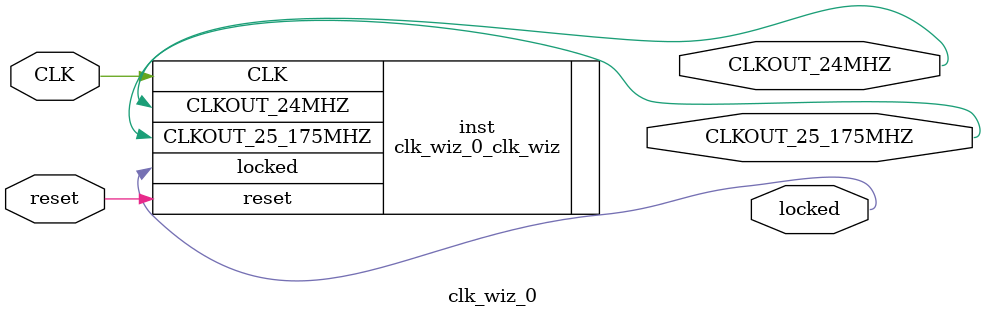
<source format=v>


`timescale 1ps/1ps

(* CORE_GENERATION_INFO = "clk_wiz_0,clk_wiz_v6_0_4_0_0,{component_name=clk_wiz_0,use_phase_alignment=true,use_min_o_jitter=false,use_max_i_jitter=false,use_dyn_phase_shift=false,use_inclk_switchover=false,use_dyn_reconfig=false,enable_axi=0,feedback_source=FDBK_AUTO,PRIMITIVE=MMCM,num_out_clk=2,clkin1_period=8.000,clkin2_period=10.000,use_power_down=false,use_reset=true,use_locked=true,use_inclk_stopped=false,feedback_type=SINGLE,CLOCK_MGR_TYPE=NA,manual_override=false}" *)

module clk_wiz_0 
 (
  // Clock out ports
  output        CLKOUT_25_175MHZ,
  output        CLKOUT_24MHZ,
  // Status and control signals
  input         reset,
  output        locked,
 // Clock in ports
  input         CLK
 );

  clk_wiz_0_clk_wiz inst
  (
  // Clock out ports  
  .CLKOUT_25_175MHZ(CLKOUT_25_175MHZ),
  .CLKOUT_24MHZ(CLKOUT_24MHZ),
  // Status and control signals               
  .reset(reset), 
  .locked(locked),
 // Clock in ports
  .CLK(CLK)
  );

endmodule

</source>
